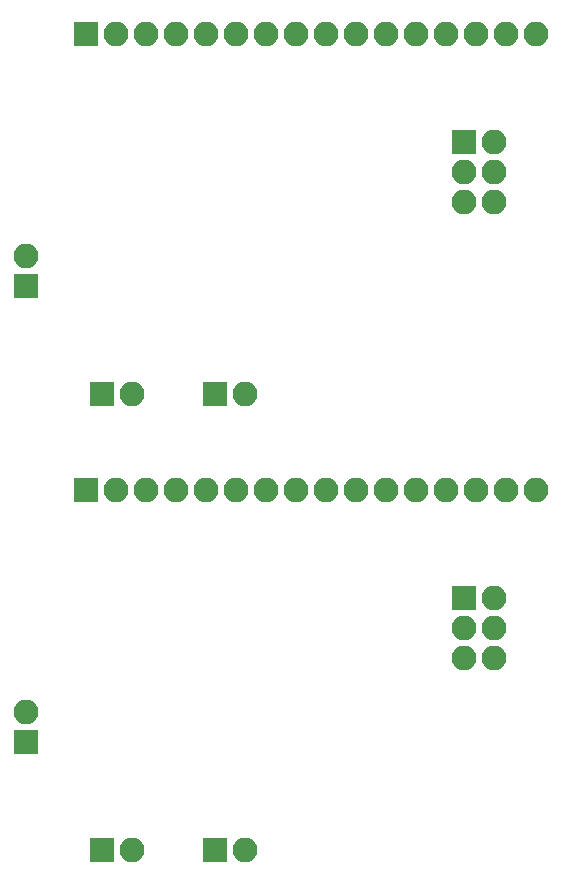
<source format=gbr>
G04 #@! TF.FileFunction,Soldermask,Bot*
%FSLAX46Y46*%
G04 Gerber Fmt 4.6, Leading zero omitted, Abs format (unit mm)*
G04 Created by KiCad (PCBNEW 4.0.6) date 09/30/17 10:47:32*
%MOMM*%
%LPD*%
G01*
G04 APERTURE LIST*
%ADD10C,0.100000*%
%ADD11R,2.100000X2.100000*%
%ADD12O,2.100000X2.100000*%
G04 APERTURE END LIST*
D10*
D11*
X135382000Y-107442000D03*
D12*
X137922000Y-107442000D03*
X135382000Y-109982000D03*
X137922000Y-109982000D03*
X135382000Y-112522000D03*
X137922000Y-112522000D03*
D11*
X103378000Y-98298000D03*
D12*
X105918000Y-98298000D03*
X108458000Y-98298000D03*
X110998000Y-98298000D03*
X113538000Y-98298000D03*
X116078000Y-98298000D03*
X118618000Y-98298000D03*
X121158000Y-98298000D03*
X123698000Y-98298000D03*
X126238000Y-98298000D03*
X128778000Y-98298000D03*
X131318000Y-98298000D03*
X133858000Y-98298000D03*
X136398000Y-98298000D03*
X138938000Y-98298000D03*
X141478000Y-98298000D03*
D11*
X98298000Y-119634000D03*
D12*
X98298000Y-117094000D03*
D11*
X114300000Y-128778000D03*
D12*
X116840000Y-128778000D03*
D11*
X104775000Y-128778000D03*
D12*
X107315000Y-128778000D03*
D11*
X104775000Y-90170000D03*
D12*
X107315000Y-90170000D03*
D11*
X114300000Y-90170000D03*
D12*
X116840000Y-90170000D03*
D11*
X98298000Y-81026000D03*
D12*
X98298000Y-78486000D03*
D11*
X103378000Y-59690000D03*
D12*
X105918000Y-59690000D03*
X108458000Y-59690000D03*
X110998000Y-59690000D03*
X113538000Y-59690000D03*
X116078000Y-59690000D03*
X118618000Y-59690000D03*
X121158000Y-59690000D03*
X123698000Y-59690000D03*
X126238000Y-59690000D03*
X128778000Y-59690000D03*
X131318000Y-59690000D03*
X133858000Y-59690000D03*
X136398000Y-59690000D03*
X138938000Y-59690000D03*
X141478000Y-59690000D03*
D11*
X135382000Y-68834000D03*
D12*
X137922000Y-68834000D03*
X135382000Y-71374000D03*
X137922000Y-71374000D03*
X135382000Y-73914000D03*
X137922000Y-73914000D03*
M02*

</source>
